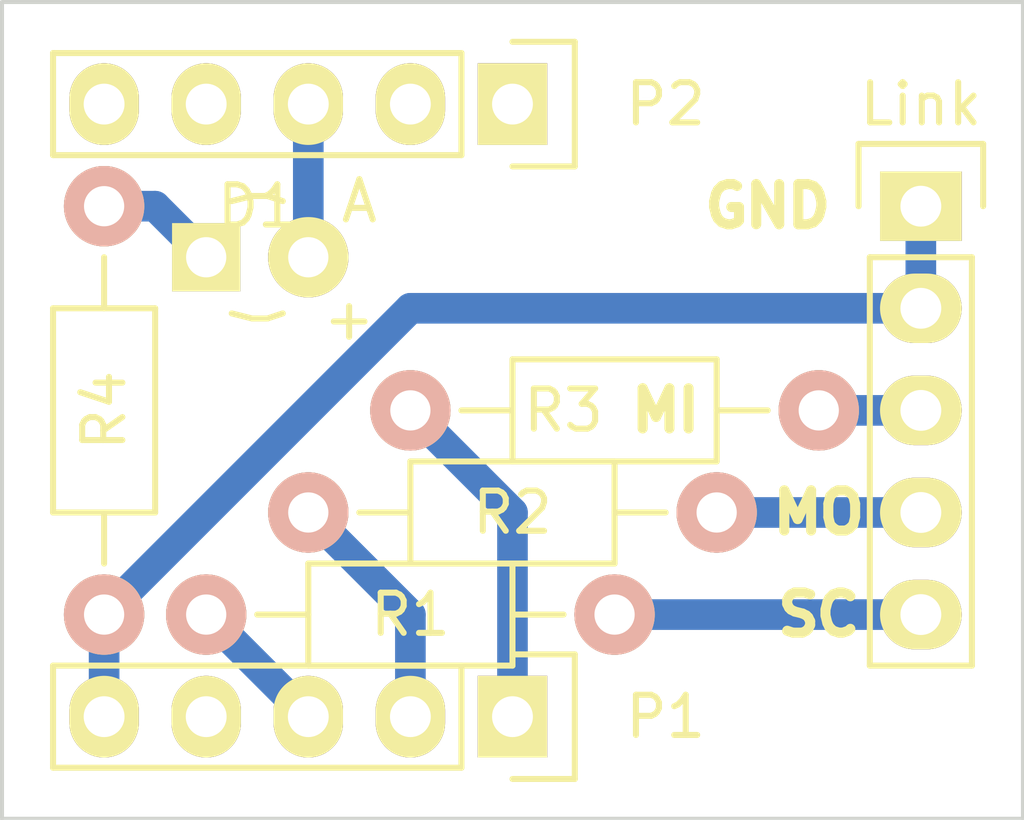
<source format=kicad_pcb>
(kicad_pcb (version 4) (host pcbnew "(2015-02-25 BZR 5452)-product")

  (general
    (links 11)
    (no_connects 0)
    (area 143.459999 97.739999 168.960001 118.160001)
    (thickness 1.6)
    (drawings 8)
    (tracks 15)
    (zones 0)
    (modules 8)
    (nets 15)
  )

  (page A4)
  (layers
    (0 F.Cu signal)
    (31 B.Cu signal)
    (32 B.Adhes user)
    (33 F.Adhes user)
    (34 B.Paste user)
    (35 F.Paste user)
    (36 B.SilkS user)
    (37 F.SilkS user)
    (38 B.Mask user)
    (39 F.Mask user)
    (40 Dwgs.User user)
    (41 Cmts.User user)
    (42 Eco1.User user)
    (43 Eco2.User user)
    (44 Edge.Cuts user)
    (45 Margin user)
    (46 B.CrtYd user)
    (47 F.CrtYd user)
    (48 B.Fab user)
    (49 F.Fab user)
  )

  (setup
    (last_trace_width 0.762)
    (trace_clearance 0.254)
    (zone_clearance 0.508)
    (zone_45_only no)
    (trace_min 0.254)
    (segment_width 0.2)
    (edge_width 0.1)
    (via_size 0.889)
    (via_drill 0.635)
    (via_min_size 0.889)
    (via_min_drill 0.508)
    (uvia_size 0.508)
    (uvia_drill 0.127)
    (uvias_allowed no)
    (uvia_min_size 0.508)
    (uvia_min_drill 0.127)
    (pcb_text_width 0.3)
    (pcb_text_size 1.5 1.5)
    (mod_edge_width 0.15)
    (mod_text_size 1 1)
    (mod_text_width 0.15)
    (pad_size 1.5 1.5)
    (pad_drill 0.6)
    (pad_to_mask_clearance 0)
    (aux_axis_origin 0 0)
    (visible_elements FFFFFF7F)
    (pcbplotparams
      (layerselection 0x00030_80000001)
      (usegerberextensions false)
      (excludeedgelayer true)
      (linewidth 0.100000)
      (plotframeref false)
      (viasonmask false)
      (mode 1)
      (useauxorigin false)
      (hpglpennumber 1)
      (hpglpenspeed 20)
      (hpglpendiameter 15)
      (hpglpenoverlay 2)
      (psnegative false)
      (psa4output false)
      (plotreference true)
      (plotvalue true)
      (plotinvisibletext false)
      (padsonsilk false)
      (subtractmaskfromsilk false)
      (outputformat 1)
      (mirror false)
      (drillshape 1)
      (scaleselection 1)
      (outputdirectory ""))
  )

  (net 0 "")
  (net 1 "Net-(P1-Pad1)")
  (net 2 "Net-(P1-Pad2)")
  (net 3 "Net-(P1-Pad3)")
  (net 4 "Net-(P1-Pad4)")
  (net 5 "Net-(P2-Pad4)")
  (net 6 "Net-(P2-Pad5)")
  (net 7 "Net-(D1-Pad1)")
  (net 8 "Net-(D1-Pad2)")
  (net 9 "Net-(Link1-Pad1)")
  (net 10 "Net-(Link1-Pad3)")
  (net 11 "Net-(Link1-Pad4)")
  (net 12 "Net-(Link1-Pad5)")
  (net 13 "Net-(P2-Pad1)")
  (net 14 "Net-(P2-Pad2)")

  (net_class Default "This is the default net class."
    (clearance 0.254)
    (trace_width 0.762)
    (via_dia 0.889)
    (via_drill 0.635)
    (uvia_dia 0.508)
    (uvia_drill 0.127)
    (add_net "Net-(D1-Pad1)")
    (add_net "Net-(D1-Pad2)")
    (add_net "Net-(Link1-Pad1)")
    (add_net "Net-(Link1-Pad3)")
    (add_net "Net-(Link1-Pad4)")
    (add_net "Net-(Link1-Pad5)")
    (add_net "Net-(P1-Pad1)")
    (add_net "Net-(P1-Pad2)")
    (add_net "Net-(P1-Pad3)")
    (add_net "Net-(P1-Pad4)")
    (add_net "Net-(P2-Pad1)")
    (add_net "Net-(P2-Pad2)")
    (add_net "Net-(P2-Pad4)")
    (add_net "Net-(P2-Pad5)")
  )

  (module Socket_Strips:Socket_Strip_Straight_1x05 (layer F.Cu) (tedit 54EF1380) (tstamp 54EF0E69)
    (at 156.21 115.57 180)
    (descr "Through hole socket strip")
    (tags "socket strip")
    (path /54EF0DA9)
    (fp_text reference P1 (at -3.81 0 180) (layer F.SilkS)
      (effects (font (size 1 1) (thickness 0.15)))
    )
    (fp_text value CONN_01X05 (at 0 -3.1 180) (layer F.SilkS) hide
      (effects (font (size 1 1) (thickness 0.15)))
    )
    (fp_line (start -1.75 -1.75) (end -1.75 1.75) (layer F.CrtYd) (width 0.05))
    (fp_line (start 11.95 -1.75) (end 11.95 1.75) (layer F.CrtYd) (width 0.05))
    (fp_line (start -1.75 -1.75) (end 11.95 -1.75) (layer F.CrtYd) (width 0.05))
    (fp_line (start -1.75 1.75) (end 11.95 1.75) (layer F.CrtYd) (width 0.05))
    (fp_line (start 1.27 1.27) (end 11.43 1.27) (layer F.SilkS) (width 0.15))
    (fp_line (start 11.43 1.27) (end 11.43 -1.27) (layer F.SilkS) (width 0.15))
    (fp_line (start 11.43 -1.27) (end 1.27 -1.27) (layer F.SilkS) (width 0.15))
    (fp_line (start -1.55 1.55) (end 0 1.55) (layer F.SilkS) (width 0.15))
    (fp_line (start 1.27 1.27) (end 1.27 -1.27) (layer F.SilkS) (width 0.15))
    (fp_line (start 0 -1.55) (end -1.55 -1.55) (layer F.SilkS) (width 0.15))
    (fp_line (start -1.55 -1.55) (end -1.55 1.55) (layer F.SilkS) (width 0.15))
    (pad 1 thru_hole rect (at 0 0 180) (size 1.7272 2.032) (drill 1.016) (layers *.Cu *.Mask F.SilkS)
      (net 1 "Net-(P1-Pad1)"))
    (pad 2 thru_hole oval (at 2.54 0 180) (size 1.7272 2.032) (drill 1.016) (layers *.Cu *.Mask F.SilkS)
      (net 2 "Net-(P1-Pad2)"))
    (pad 3 thru_hole oval (at 5.08 0 180) (size 1.7272 2.032) (drill 1.016) (layers *.Cu *.Mask F.SilkS)
      (net 3 "Net-(P1-Pad3)"))
    (pad 4 thru_hole oval (at 7.62 0 180) (size 1.7272 2.032) (drill 1.016) (layers *.Cu *.Mask F.SilkS)
      (net 4 "Net-(P1-Pad4)"))
    (pad 5 thru_hole oval (at 10.16 0 180) (size 1.7272 2.032) (drill 1.016) (layers *.Cu *.Mask F.SilkS)
      (net 9 "Net-(Link1-Pad1)"))
    (model Socket_Strips/Socket_Strip_Straight_1x05.wrl
      (at (xyz 0.2 0 0))
      (scale (xyz 1 1 1))
      (rotate (xyz 0 0 180))
    )
  )

  (module Socket_Strips:Socket_Strip_Straight_1x05 (layer F.Cu) (tedit 54F0BECB) (tstamp 54EF1156)
    (at 166.37 102.87 270)
    (descr "Through hole socket strip")
    (tags "socket strip")
    (path /54EF04AB)
    (fp_text reference Link (at -2.54 0 360) (layer F.SilkS)
      (effects (font (size 1 1) (thickness 0.15)))
    )
    (fp_text value CONN_01X05 (at 0 -3.1 270) (layer F.SilkS) hide
      (effects (font (size 1 1) (thickness 0.15)))
    )
    (fp_line (start -1.75 -1.75) (end -1.75 1.75) (layer F.CrtYd) (width 0.05))
    (fp_line (start 11.95 -1.75) (end 11.95 1.75) (layer F.CrtYd) (width 0.05))
    (fp_line (start -1.75 -1.75) (end 11.95 -1.75) (layer F.CrtYd) (width 0.05))
    (fp_line (start -1.75 1.75) (end 11.95 1.75) (layer F.CrtYd) (width 0.05))
    (fp_line (start 1.27 1.27) (end 11.43 1.27) (layer F.SilkS) (width 0.15))
    (fp_line (start 11.43 1.27) (end 11.43 -1.27) (layer F.SilkS) (width 0.15))
    (fp_line (start 11.43 -1.27) (end 1.27 -1.27) (layer F.SilkS) (width 0.15))
    (fp_line (start -1.55 1.55) (end 0 1.55) (layer F.SilkS) (width 0.15))
    (fp_line (start 1.27 1.27) (end 1.27 -1.27) (layer F.SilkS) (width 0.15))
    (fp_line (start 0 -1.55) (end -1.55 -1.55) (layer F.SilkS) (width 0.15))
    (fp_line (start -1.55 -1.55) (end -1.55 1.55) (layer F.SilkS) (width 0.15))
    (pad 1 thru_hole rect (at 0 0 270) (size 1.7272 2.032) (drill 1.016) (layers *.Cu *.Mask F.SilkS)
      (net 9 "Net-(Link1-Pad1)"))
    (pad 2 thru_hole oval (at 2.54 0 270) (size 1.7272 2.032) (drill 1.016) (layers *.Cu *.Mask F.SilkS)
      (net 9 "Net-(Link1-Pad1)"))
    (pad 3 thru_hole oval (at 5.08 0 270) (size 1.7272 2.032) (drill 1.016) (layers *.Cu *.Mask F.SilkS)
      (net 10 "Net-(Link1-Pad3)"))
    (pad 4 thru_hole oval (at 7.62 0 270) (size 1.7272 2.032) (drill 1.016) (layers *.Cu *.Mask F.SilkS)
      (net 11 "Net-(Link1-Pad4)"))
    (pad 5 thru_hole oval (at 10.16 0 270) (size 1.7272 2.032) (drill 1.016) (layers *.Cu *.Mask F.SilkS)
      (net 12 "Net-(Link1-Pad5)"))
    (model Socket_Strips/Socket_Strip_Straight_1x05.wrl
      (at (xyz 0.2 0 0))
      (scale (xyz 1 1 1))
      (rotate (xyz 0 0 180))
    )
  )

  (module Socket_Strips:Socket_Strip_Straight_1x05 (layer F.Cu) (tedit 54F0B49A) (tstamp 54EF105F)
    (at 156.21 100.33 180)
    (descr "Through hole socket strip")
    (tags "socket strip")
    (path /54EF0E94)
    (fp_text reference P2 (at -3.81 0 180) (layer F.SilkS)
      (effects (font (size 1 1) (thickness 0.15)))
    )
    (fp_text value CONN_01X05 (at 0 -3.1 180) (layer F.SilkS) hide
      (effects (font (size 1 1) (thickness 0.15)))
    )
    (fp_line (start -1.75 -1.75) (end -1.75 1.75) (layer F.CrtYd) (width 0.05))
    (fp_line (start 11.95 -1.75) (end 11.95 1.75) (layer F.CrtYd) (width 0.05))
    (fp_line (start -1.75 -1.75) (end 11.95 -1.75) (layer F.CrtYd) (width 0.05))
    (fp_line (start -1.75 1.75) (end 11.95 1.75) (layer F.CrtYd) (width 0.05))
    (fp_line (start 1.27 1.27) (end 11.43 1.27) (layer F.SilkS) (width 0.15))
    (fp_line (start 11.43 1.27) (end 11.43 -1.27) (layer F.SilkS) (width 0.15))
    (fp_line (start 11.43 -1.27) (end 1.27 -1.27) (layer F.SilkS) (width 0.15))
    (fp_line (start -1.55 1.55) (end 0 1.55) (layer F.SilkS) (width 0.15))
    (fp_line (start 1.27 1.27) (end 1.27 -1.27) (layer F.SilkS) (width 0.15))
    (fp_line (start 0 -1.55) (end -1.55 -1.55) (layer F.SilkS) (width 0.15))
    (fp_line (start -1.55 -1.55) (end -1.55 1.55) (layer F.SilkS) (width 0.15))
    (pad 1 thru_hole rect (at 0 0 180) (size 1.7272 2.032) (drill 1.016) (layers *.Cu *.Mask F.SilkS)
      (net 13 "Net-(P2-Pad1)"))
    (pad 2 thru_hole oval (at 2.54 0 180) (size 1.7272 2.032) (drill 1.016) (layers *.Cu *.Mask F.SilkS)
      (net 14 "Net-(P2-Pad2)"))
    (pad 3 thru_hole oval (at 5.08 0 180) (size 1.7272 2.032) (drill 1.016) (layers *.Cu *.Mask F.SilkS)
      (net 7 "Net-(D1-Pad1)"))
    (pad 4 thru_hole oval (at 7.62 0 180) (size 1.7272 2.032) (drill 1.016) (layers *.Cu *.Mask F.SilkS)
      (net 5 "Net-(P2-Pad4)"))
    (pad 5 thru_hole oval (at 10.16 0 180) (size 1.7272 2.032) (drill 1.016) (layers *.Cu *.Mask F.SilkS)
      (net 6 "Net-(P2-Pad5)"))
    (model Socket_Strips/Socket_Strip_Straight_1x05.wrl
      (at (xyz 0.2 0 0))
      (scale (xyz 1 1 1))
      (rotate (xyz 0 0 180))
    )
  )

  (module Resistors_ThroughHole:Resistor_Horizontal_RM10mm (layer F.Cu) (tedit 54EF13AD) (tstamp 54EF0E9D)
    (at 153.67 113.03)
    (descr "Resistor, Axial,  RM 10mm, 1/3W,")
    (tags "Resistor, Axial, RM 10mm, 1/3W,")
    (path /54EF02F1)
    (fp_text reference R1 (at 0 0) (layer F.SilkS)
      (effects (font (size 1 1) (thickness 0.15)))
    )
    (fp_text value 1K (at 3.81 3.81) (layer F.SilkS) hide
      (effects (font (size 1 1) (thickness 0.15)))
    )
    (fp_line (start -2.54 -1.27) (end 2.54 -1.27) (layer F.SilkS) (width 0.15))
    (fp_line (start 2.54 -1.27) (end 2.54 1.27) (layer F.SilkS) (width 0.15))
    (fp_line (start 2.54 1.27) (end -2.54 1.27) (layer F.SilkS) (width 0.15))
    (fp_line (start -2.54 1.27) (end -2.54 -1.27) (layer F.SilkS) (width 0.15))
    (fp_line (start -2.54 0) (end -3.81 0) (layer F.SilkS) (width 0.15))
    (fp_line (start 2.54 0) (end 3.81 0) (layer F.SilkS) (width 0.15))
    (pad 1 thru_hole circle (at -5.08 0) (size 1.99898 1.99898) (drill 1.00076) (layers *.Cu *.SilkS *.Mask)
      (net 3 "Net-(P1-Pad3)"))
    (pad 2 thru_hole circle (at 5.08 0) (size 1.99898 1.99898) (drill 1.00076) (layers *.Cu *.SilkS *.Mask)
      (net 12 "Net-(Link1-Pad5)"))
    (model Resistors_ThroughHole/Resistor_Horizontal_RM10mm.wrl
      (at (xyz 0 0 0))
      (scale (xyz 0.4 0.4 0.4))
      (rotate (xyz 0 0 0))
    )
  )

  (module Resistors_ThroughHole:Resistor_Horizontal_RM10mm (layer F.Cu) (tedit 54EF13A7) (tstamp 54EF0EA9)
    (at 156.21 110.49)
    (descr "Resistor, Axial,  RM 10mm, 1/3W,")
    (tags "Resistor, Axial, RM 10mm, 1/3W,")
    (path /54EF02BD)
    (fp_text reference R2 (at 0 0) (layer F.SilkS)
      (effects (font (size 1 1) (thickness 0.15)))
    )
    (fp_text value 1K (at 3.81 3.81) (layer F.SilkS) hide
      (effects (font (size 1 1) (thickness 0.15)))
    )
    (fp_line (start -2.54 -1.27) (end 2.54 -1.27) (layer F.SilkS) (width 0.15))
    (fp_line (start 2.54 -1.27) (end 2.54 1.27) (layer F.SilkS) (width 0.15))
    (fp_line (start 2.54 1.27) (end -2.54 1.27) (layer F.SilkS) (width 0.15))
    (fp_line (start -2.54 1.27) (end -2.54 -1.27) (layer F.SilkS) (width 0.15))
    (fp_line (start -2.54 0) (end -3.81 0) (layer F.SilkS) (width 0.15))
    (fp_line (start 2.54 0) (end 3.81 0) (layer F.SilkS) (width 0.15))
    (pad 1 thru_hole circle (at -5.08 0) (size 1.99898 1.99898) (drill 1.00076) (layers *.Cu *.SilkS *.Mask)
      (net 2 "Net-(P1-Pad2)"))
    (pad 2 thru_hole circle (at 5.08 0) (size 1.99898 1.99898) (drill 1.00076) (layers *.Cu *.SilkS *.Mask)
      (net 11 "Net-(Link1-Pad4)"))
    (model Resistors_ThroughHole/Resistor_Horizontal_RM10mm.wrl
      (at (xyz 0 0 0))
      (scale (xyz 0.4 0.4 0.4))
      (rotate (xyz 0 0 0))
    )
  )

  (module Resistors_ThroughHole:Resistor_Horizontal_RM10mm (layer F.Cu) (tedit 54F0BEB7) (tstamp 54EF0EB5)
    (at 158.75 107.95)
    (descr "Resistor, Axial,  RM 10mm, 1/3W,")
    (tags "Resistor, Axial, RM 10mm, 1/3W,")
    (path /54EF033D)
    (fp_text reference R3 (at -1.27 0) (layer F.SilkS)
      (effects (font (size 1 1) (thickness 0.15)))
    )
    (fp_text value 1K (at 3.81 3.81) (layer F.SilkS) hide
      (effects (font (size 1 1) (thickness 0.15)))
    )
    (fp_line (start -2.54 -1.27) (end 2.54 -1.27) (layer F.SilkS) (width 0.15))
    (fp_line (start 2.54 -1.27) (end 2.54 1.27) (layer F.SilkS) (width 0.15))
    (fp_line (start 2.54 1.27) (end -2.54 1.27) (layer F.SilkS) (width 0.15))
    (fp_line (start -2.54 1.27) (end -2.54 -1.27) (layer F.SilkS) (width 0.15))
    (fp_line (start -2.54 0) (end -3.81 0) (layer F.SilkS) (width 0.15))
    (fp_line (start 2.54 0) (end 3.81 0) (layer F.SilkS) (width 0.15))
    (pad 1 thru_hole circle (at -5.08 0) (size 1.99898 1.99898) (drill 1.00076) (layers *.Cu *.SilkS *.Mask)
      (net 1 "Net-(P1-Pad1)"))
    (pad 2 thru_hole circle (at 5.08 0) (size 1.99898 1.99898) (drill 1.00076) (layers *.Cu *.SilkS *.Mask)
      (net 10 "Net-(Link1-Pad3)"))
    (model Resistors_ThroughHole/Resistor_Horizontal_RM10mm.wrl
      (at (xyz 0 0 0))
      (scale (xyz 0.4 0.4 0.4))
      (rotate (xyz 0 0 0))
    )
  )

  (module Diodes_ThroughHole:Diode_LED_3mm_round_vertical (layer F.Cu) (tedit 54F0BE98) (tstamp 54F0B534)
    (at 149.86 104.14 180)
    (descr "Leuchtdiode, LED, 3mm, round, rund,  vertical,")
    (tags "Leuchtdiode, LED,  3mm, round, rund,  vertical,")
    (path /54F0B061)
    (fp_text reference D1 (at 0 1.27 180) (layer F.SilkS)
      (effects (font (size 1 1) (thickness 0.15)))
    )
    (fp_text value LED (at 0 -5.08 180) (layer F.SilkS) hide
      (effects (font (size 1 1) (thickness 0.15)))
    )
    (fp_text user A (at -2.54 1.397 180) (layer F.SilkS)
      (effects (font (size 1 1) (thickness 0.15)))
    )
    (fp_line (start -0.635 1.397) (end -0.254 1.524) (layer F.SilkS) (width 0.15))
    (fp_line (start -0.254 1.524) (end 0.127 1.524) (layer F.SilkS) (width 0.15))
    (fp_line (start 0.127 1.524) (end 0.635 1.397) (layer F.SilkS) (width 0.15))
    (fp_line (start -0.635 -1.397) (end -0.254 -1.524) (layer F.SilkS) (width 0.15))
    (fp_line (start -0.254 -1.524) (end 0.127 -1.524) (layer F.SilkS) (width 0.15))
    (fp_line (start 0.127 -1.524) (end 0.635 -1.397) (layer F.SilkS) (width 0.15))
    (fp_text user + (at -2.286 -1.524 180) (layer F.SilkS)
      (effects (font (size 1 1) (thickness 0.15)))
    )
    (pad 1 thru_hole circle (at -1.27 0 270) (size 1.99898 1.99898) (drill 1.00076) (layers *.Cu *.Mask F.SilkS)
      (net 7 "Net-(D1-Pad1)"))
    (pad 2 thru_hole rect (at 1.27 0 180) (size 1.69926 1.69926) (drill 1.00076) (layers *.Cu *.Mask F.SilkS)
      (net 8 "Net-(D1-Pad2)"))
    (model Diodes_ThroughHole/Diode_LED_3mm_round_vertical.wrl
      (at (xyz 0 0 0))
      (scale (xyz 0.4 0.4 0.4))
      (rotate (xyz 0 0 0))
    )
  )

  (module Resistors_ThroughHole:Resistor_Horizontal_RM10mm (layer F.Cu) (tedit 54F0BE9F) (tstamp 54F0B540)
    (at 146.05 107.95 270)
    (descr "Resistor, Axial,  RM 10mm, 1/3W,")
    (tags "Resistor, Axial, RM 10mm, 1/3W,")
    (path /54F0B12F)
    (fp_text reference R4 (at 0 0 270) (layer F.SilkS)
      (effects (font (size 1 1) (thickness 0.15)))
    )
    (fp_text value 1K (at 3.81 3.81 270) (layer F.SilkS) hide
      (effects (font (size 1 1) (thickness 0.15)))
    )
    (fp_line (start -2.54 -1.27) (end 2.54 -1.27) (layer F.SilkS) (width 0.15))
    (fp_line (start 2.54 -1.27) (end 2.54 1.27) (layer F.SilkS) (width 0.15))
    (fp_line (start 2.54 1.27) (end -2.54 1.27) (layer F.SilkS) (width 0.15))
    (fp_line (start -2.54 1.27) (end -2.54 -1.27) (layer F.SilkS) (width 0.15))
    (fp_line (start -2.54 0) (end -3.81 0) (layer F.SilkS) (width 0.15))
    (fp_line (start 2.54 0) (end 3.81 0) (layer F.SilkS) (width 0.15))
    (pad 1 thru_hole circle (at -5.08 0 270) (size 1.99898 1.99898) (drill 1.00076) (layers *.Cu *.SilkS *.Mask)
      (net 8 "Net-(D1-Pad2)"))
    (pad 2 thru_hole circle (at 5.08 0 270) (size 1.99898 1.99898) (drill 1.00076) (layers *.Cu *.SilkS *.Mask)
      (net 9 "Net-(Link1-Pad1)"))
    (model Resistors_ThroughHole/Resistor_Horizontal_RM10mm.wrl
      (at (xyz 0 0 0))
      (scale (xyz 0.4 0.4 0.4))
      (rotate (xyz 0 0 0))
    )
  )

  (gr_text GND (at 162.56 102.87) (layer F.SilkS)
    (effects (font (size 1 1) (thickness 0.25)))
  )
  (gr_text MI (at 160.02 107.95) (layer F.SilkS)
    (effects (font (size 1 1) (thickness 0.25)))
  )
  (gr_text MO (at 163.83 110.49) (layer F.SilkS)
    (effects (font (size 1 1) (thickness 0.25)))
  )
  (gr_text SC (at 163.83 113.03) (layer F.SilkS)
    (effects (font (size 1 1) (thickness 0.25)))
  )
  (gr_line (start 143.51 118.11) (end 143.51 97.79) (angle 90) (layer Edge.Cuts) (width 0.1))
  (gr_line (start 168.91 118.11) (end 143.51 118.11) (angle 90) (layer Edge.Cuts) (width 0.1))
  (gr_line (start 168.91 97.79) (end 168.91 118.11) (angle 90) (layer Edge.Cuts) (width 0.1))
  (gr_line (start 143.51 97.79) (end 168.91 97.79) (angle 90) (layer Edge.Cuts) (width 0.1))

  (segment (start 156.21 115.57) (end 156.21 110.49) (width 0.762) (layer B.Cu) (net 1) (status 400000))
  (segment (start 156.21 110.49) (end 153.67 107.95) (width 0.762) (layer B.Cu) (net 1) (tstamp 54F0BE14) (status 800000))
  (segment (start 153.67 115.57) (end 153.67 113.03) (width 0.762) (layer B.Cu) (net 2) (status 400000))
  (segment (start 153.67 113.03) (end 151.13 110.49) (width 0.762) (layer B.Cu) (net 2) (tstamp 54F0BE10) (status 800000))
  (segment (start 151.13 115.57) (end 148.59 113.03) (width 0.762) (layer B.Cu) (net 3) (status C00000))
  (segment (start 151.13 104.14) (end 151.13 100.33) (width 0.762) (layer B.Cu) (net 7) (status C00000))
  (segment (start 146.05 102.87) (end 147.32 102.87) (width 0.762) (layer B.Cu) (net 8) (status 400000))
  (segment (start 147.32 102.87) (end 148.59 104.14) (width 0.762) (layer B.Cu) (net 8) (tstamp 54F0BE3C) (status 800000))
  (segment (start 146.05 115.57) (end 146.05 113.03) (width 0.762) (layer B.Cu) (net 9) (status C00000))
  (segment (start 146.05 113.03) (end 153.67 105.41) (width 0.762) (layer B.Cu) (net 9) (tstamp 54F0BE2B) (status 400000))
  (segment (start 153.67 105.41) (end 166.37 105.41) (width 0.762) (layer B.Cu) (net 9) (tstamp 54F0BE2C) (status 800000))
  (segment (start 166.37 102.87) (end 166.37 105.41) (width 0.762) (layer B.Cu) (net 9) (status C00000))
  (segment (start 166.37 107.95) (end 163.83 107.95) (width 0.762) (layer B.Cu) (net 10) (status C00000))
  (segment (start 166.37 110.49) (end 161.29 110.49) (width 0.762) (layer B.Cu) (net 11) (status C00000))
  (segment (start 166.37 113.03) (end 158.75 113.03) (width 0.762) (layer B.Cu) (net 12) (status C00000))

)

</source>
